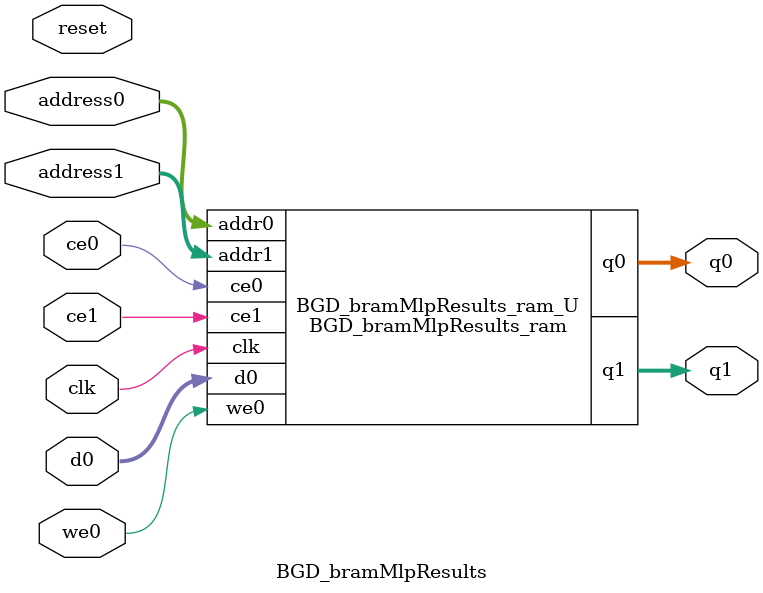
<source format=v>
`timescale 1 ns / 1 ps
module BGD_bramMlpResults_ram (addr0, ce0, d0, we0, q0, addr1, ce1, q1,  clk);

parameter DWIDTH = 32;
parameter AWIDTH = 14;
parameter MEM_SIZE = 8960;

input[AWIDTH-1:0] addr0;
input ce0;
input[DWIDTH-1:0] d0;
input we0;
output reg[DWIDTH-1:0] q0;
input[AWIDTH-1:0] addr1;
input ce1;
output reg[DWIDTH-1:0] q1;
input clk;

(* ram_style = "block" *)reg [DWIDTH-1:0] ram[0:MEM_SIZE-1];




always @(posedge clk)  
begin 
    if (ce0) begin
        if (we0) 
            ram[addr0] <= d0; 
        q0 <= ram[addr0];
    end
end


always @(posedge clk)  
begin 
    if (ce1) begin
        q1 <= ram[addr1];
    end
end


endmodule

`timescale 1 ns / 1 ps
module BGD_bramMlpResults(
    reset,
    clk,
    address0,
    ce0,
    we0,
    d0,
    q0,
    address1,
    ce1,
    q1);

parameter DataWidth = 32'd32;
parameter AddressRange = 32'd8960;
parameter AddressWidth = 32'd14;
input reset;
input clk;
input[AddressWidth - 1:0] address0;
input ce0;
input we0;
input[DataWidth - 1:0] d0;
output[DataWidth - 1:0] q0;
input[AddressWidth - 1:0] address1;
input ce1;
output[DataWidth - 1:0] q1;



BGD_bramMlpResults_ram BGD_bramMlpResults_ram_U(
    .clk( clk ),
    .addr0( address0 ),
    .ce0( ce0 ),
    .we0( we0 ),
    .d0( d0 ),
    .q0( q0 ),
    .addr1( address1 ),
    .ce1( ce1 ),
    .q1( q1 ));

endmodule


</source>
